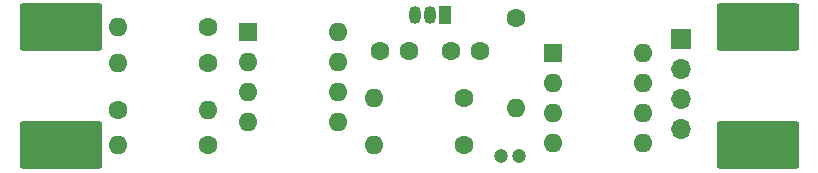
<source format=gbr>
%TF.GenerationSoftware,KiCad,Pcbnew,8.0.1-rc1*%
%TF.CreationDate,2025-05-01T22:02:36-04:00*%
%TF.ProjectId,bhm,62686d2e-6b69-4636-9164-5f7063625858,rev?*%
%TF.SameCoordinates,Original*%
%TF.FileFunction,Soldermask,Bot*%
%TF.FilePolarity,Negative*%
%FSLAX46Y46*%
G04 Gerber Fmt 4.6, Leading zero omitted, Abs format (unit mm)*
G04 Created by KiCad (PCBNEW 8.0.1-rc1) date 2025-05-01 22:02:36*
%MOMM*%
%LPD*%
G01*
G04 APERTURE LIST*
G04 Aperture macros list*
%AMRoundRect*
0 Rectangle with rounded corners*
0 $1 Rounding radius*
0 $2 $3 $4 $5 $6 $7 $8 $9 X,Y pos of 4 corners*
0 Add a 4 corners polygon primitive as box body*
4,1,4,$2,$3,$4,$5,$6,$7,$8,$9,$2,$3,0*
0 Add four circle primitives for the rounded corners*
1,1,$1+$1,$2,$3*
1,1,$1+$1,$4,$5*
1,1,$1+$1,$6,$7*
1,1,$1+$1,$8,$9*
0 Add four rect primitives between the rounded corners*
20,1,$1+$1,$2,$3,$4,$5,0*
20,1,$1+$1,$4,$5,$6,$7,0*
20,1,$1+$1,$6,$7,$8,$9,0*
20,1,$1+$1,$8,$9,$2,$3,0*%
G04 Aperture macros list end*
%ADD10RoundRect,0.250000X-3.250000X-1.750000X3.250000X-1.750000X3.250000X1.750000X-3.250000X1.750000X0*%
%ADD11C,1.600000*%
%ADD12O,1.600000X1.600000*%
%ADD13R,1.700000X1.700000*%
%ADD14O,1.700000X1.700000*%
%ADD15R,1.050000X1.500000*%
%ADD16O,1.050000X1.500000*%
%ADD17R,1.600000X1.600000*%
%ADD18C,1.200000*%
G04 APERTURE END LIST*
D10*
%TO.C,PosBatt1*%
X197000000Y-122000000D03*
%TD*%
%TO.C,NegDevice1*%
X256000000Y-132000000D03*
%TD*%
D11*
%TO.C,R2*%
X209500000Y-125000000D03*
D12*
X201880000Y-125000000D03*
%TD*%
D13*
%TO.C,J1*%
X249500000Y-123000000D03*
D14*
X249500000Y-125540000D03*
X249500000Y-128080000D03*
X249500000Y-130620000D03*
%TD*%
D15*
%TO.C,U3*%
X229500000Y-121000000D03*
D16*
X228230000Y-121000000D03*
X226960000Y-121000000D03*
%TD*%
D11*
%TO.C,R3*%
X209500000Y-122000000D03*
D12*
X201880000Y-122000000D03*
%TD*%
D11*
%TO.C,R5*%
X201880000Y-129000000D03*
D12*
X209500000Y-129000000D03*
%TD*%
D10*
%TO.C,PosDevice1*%
X256000000Y-122000000D03*
%TD*%
D11*
%TO.C,R6*%
X231120000Y-132000000D03*
D12*
X223500000Y-132000000D03*
%TD*%
D11*
%TO.C,C2*%
X232500000Y-124000000D03*
X230000000Y-124000000D03*
%TD*%
%TO.C,R1*%
X235500000Y-121190000D03*
D12*
X235500000Y-128810000D03*
%TD*%
D17*
%TO.C,U2*%
X238700000Y-124200000D03*
D12*
X238700000Y-126740000D03*
X238700000Y-129280000D03*
X238700000Y-131820000D03*
X246320000Y-131820000D03*
X246320000Y-129280000D03*
X246320000Y-126740000D03*
X246320000Y-124200000D03*
%TD*%
D17*
%TO.C,U1*%
X212880000Y-122380000D03*
D12*
X212880000Y-124920000D03*
X212880000Y-127460000D03*
X212880000Y-130000000D03*
X220500000Y-130000000D03*
X220500000Y-127460000D03*
X220500000Y-124920000D03*
X220500000Y-122380000D03*
%TD*%
D11*
%TO.C,C1*%
X224000000Y-124000000D03*
X226500000Y-124000000D03*
%TD*%
%TO.C,R7*%
X231120000Y-128000000D03*
D12*
X223500000Y-128000000D03*
%TD*%
D11*
%TO.C,R4*%
X209500000Y-132000000D03*
D12*
X201880000Y-132000000D03*
%TD*%
D10*
%TO.C,NegBatt1*%
X197000000Y-132000000D03*
%TD*%
D18*
%TO.C,C3*%
X235750000Y-132900000D03*
X234250000Y-132900000D03*
%TD*%
M02*

</source>
